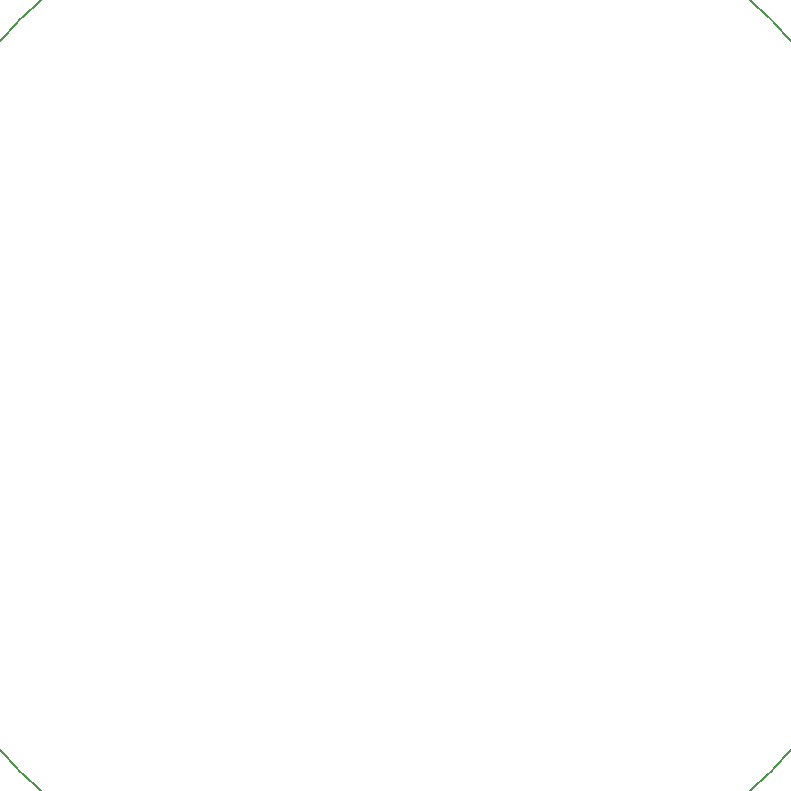
<source format=gbr>
G04 DipTrace 4.3.0.5*
G04 BoardOutline.gbr*
%MOIN*%
G04 #@! TF.FileFunction,Profile*
G04 #@! TF.Part,Single*
%ADD12C,0.005512*%
%FSLAX26Y26*%
G04*
G70*
G90*
G75*
G01*
G04 BoardOutline*
%LPD*%
X912607Y912607D2*
D12*
G03X3418103Y3418103I1252748J1252748D01*
G01*
G03X912607Y912607I-1252748J-1252749D01*
G01*
M02*

</source>
